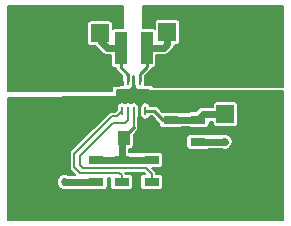
<source format=gtl>
G04 #@! TF.FileFunction,Copper,L1,Top,Signal*
%FSLAX46Y46*%
G04 Gerber Fmt 4.6, Leading zero omitted, Abs format (unit mm)*
G04 Created by KiCad (PCBNEW no-vcs-found-product) date Fri 28 Aug 2015 16:29:41 CEST*
%MOMM*%
G01*
G04 APERTURE LIST*
%ADD10C,0.127000*%
%ADD11C,0.600000*%
%ADD12O,0.230000X0.800000*%
%ADD13R,2.000000X1.200000*%
%ADD14C,0.500000*%
%ADD15R,1.250000X1.000000*%
%ADD16R,2.500000X1.000000*%
%ADD17R,1.000000X1.250000*%
%ADD18R,1.000000X2.700000*%
%ADD19R,2.032000X2.032000*%
%ADD20O,2.032000X2.032000*%
%ADD21R,2.235200X2.235200*%
%ADD22R,1.300000X0.700000*%
%ADD23R,1.501140X1.501140*%
%ADD24C,0.685800*%
%ADD25C,0.609600*%
%ADD26C,0.254000*%
%ADD27C,0.152400*%
%ADD28C,0.304800*%
G04 APERTURE END LIST*
D10*
D11*
X141100000Y-97900000D03*
X142100000Y-96900000D03*
X138700000Y-102000000D03*
X147700000Y-104000000D03*
X146700000Y-104000000D03*
X145700000Y-104000000D03*
X144700000Y-104000000D03*
X143700000Y-104000000D03*
X142700000Y-104000000D03*
X141700000Y-104000000D03*
X140700000Y-104000000D03*
X139700000Y-104000000D03*
X138700000Y-104000000D03*
X137700000Y-104000000D03*
X147700000Y-103000000D03*
X146700000Y-103000000D03*
X145700000Y-103000000D03*
X144700000Y-103000000D03*
X143700000Y-103000000D03*
X142700000Y-103000000D03*
X141700000Y-103000000D03*
X140700000Y-103000000D03*
X139700000Y-103000000D03*
X138700000Y-103000000D03*
X136700000Y-104000000D03*
X135700000Y-104000000D03*
X137700000Y-103000000D03*
X136700000Y-103000000D03*
X135700000Y-103000000D03*
X137700000Y-102000000D03*
X136700000Y-102000000D03*
X149100000Y-100100000D03*
X157100000Y-104100000D03*
X156100000Y-104100000D03*
X155100000Y-104100000D03*
X154100000Y-104100000D03*
X153100000Y-104100000D03*
X152100000Y-104100000D03*
X151100000Y-104100000D03*
X150100000Y-104100000D03*
X149100000Y-104100000D03*
X157100000Y-103100000D03*
X156100000Y-103100000D03*
X155100000Y-103100000D03*
X154100000Y-103100000D03*
X153100000Y-103100000D03*
X152100000Y-103100000D03*
X151100000Y-103100000D03*
X150100000Y-103100000D03*
X149100000Y-103100000D03*
X157100000Y-102100000D03*
X156100000Y-102100000D03*
X155100000Y-102100000D03*
X154100000Y-102100000D03*
X153100000Y-102100000D03*
X152100000Y-102100000D03*
X151100000Y-102100000D03*
X150100000Y-102100000D03*
X149100000Y-102100000D03*
X157100000Y-101100000D03*
X156100000Y-101100000D03*
X155100000Y-101100000D03*
X154100000Y-101100000D03*
X153100000Y-101100000D03*
X152100000Y-101100000D03*
X151100000Y-101100000D03*
X150100000Y-101100000D03*
X149100000Y-101100000D03*
X155100000Y-100100000D03*
X154100000Y-100100000D03*
X153100000Y-100100000D03*
X152100000Y-100100000D03*
X151100000Y-100100000D03*
X150100000Y-100100000D03*
D12*
X146807200Y-93471800D03*
X146307200Y-93471800D03*
X145807200Y-93471800D03*
X145307200Y-93471800D03*
X144807200Y-93471800D03*
X144807200Y-96021800D03*
X145307200Y-96021800D03*
X145807200Y-96021800D03*
X146307200Y-96021800D03*
X146807200Y-96021800D03*
D13*
X145807200Y-94746800D03*
D14*
X146507200Y-95046800D03*
X145807200Y-94746800D03*
X145107200Y-95046800D03*
X145107200Y-94446800D03*
X146507200Y-94446800D03*
D15*
X142595600Y-93589600D03*
X142595600Y-95589600D03*
D16*
X149402800Y-92149800D03*
X149402800Y-95149800D03*
D17*
X144973800Y-98298000D03*
X146973800Y-98298000D03*
D18*
X144696000Y-90678000D03*
X146896000Y-90678000D03*
D19*
X136779000Y-93345000D03*
D20*
X136779000Y-95885000D03*
D19*
X156845000Y-92964000D03*
D20*
X156845000Y-95504000D03*
D21*
X136779000Y-99568000D03*
X156845000Y-99314000D03*
X136779000Y-89662000D03*
X156718000Y-89281000D03*
D22*
X151257000Y-98638400D03*
X151257000Y-96738400D03*
X148945600Y-96763800D03*
X148945600Y-98663800D03*
X142621000Y-100142000D03*
X142621000Y-102042000D03*
X144780000Y-102042000D03*
X144780000Y-100142000D03*
X147320000Y-102042000D03*
X147320000Y-100142000D03*
D23*
X142951200Y-89433400D03*
X148666200Y-89331800D03*
X153568400Y-96291400D03*
D11*
X135700000Y-102000000D03*
X141100000Y-96900000D03*
D24*
X139979400Y-102031800D03*
X153517600Y-98628200D03*
D25*
X142621000Y-102042000D02*
X139989600Y-102042000D01*
X139989600Y-102042000D02*
X139979400Y-102031800D01*
X151257000Y-98638400D02*
X153507400Y-98638400D01*
X153507400Y-98638400D02*
X153517600Y-98628200D01*
X153568400Y-96291400D02*
X151704000Y-96291400D01*
X151704000Y-96291400D02*
X151257000Y-96738400D01*
D26*
X148945600Y-96763800D02*
X148275000Y-96763800D01*
X147533000Y-96021800D02*
X146807200Y-96021800D01*
X148275000Y-96763800D02*
X147533000Y-96021800D01*
D25*
X151257000Y-96738400D02*
X148971000Y-96738400D01*
X148971000Y-96738400D02*
X148945600Y-96763800D01*
X144780000Y-100142000D02*
X144780000Y-98491800D01*
X144780000Y-98491800D02*
X144973800Y-98298000D01*
X144780000Y-100142000D02*
X147320000Y-100142000D01*
X142621000Y-100142000D02*
X144780000Y-100142000D01*
D27*
X145807200Y-96021800D02*
X145807200Y-97464600D01*
D28*
X145807200Y-97464600D02*
X144973800Y-98298000D01*
D25*
X144696000Y-90678000D02*
X143586200Y-90678000D01*
X143586200Y-90678000D02*
X142951200Y-90043000D01*
X142951200Y-90043000D02*
X142951200Y-89433400D01*
D26*
X145303210Y-92852210D02*
X145266210Y-92852210D01*
X145266210Y-92852210D02*
X144696000Y-92282000D01*
X144696000Y-92282000D02*
X144696000Y-90678000D01*
X145307200Y-93471800D02*
X145307200Y-93186400D01*
X145307200Y-93186400D02*
X145303210Y-93182410D01*
X145303210Y-93182410D02*
X145303210Y-92852210D01*
D25*
X146896000Y-90678000D02*
X148336000Y-90678000D01*
X148666200Y-90347800D02*
X148666200Y-89331800D01*
X148336000Y-90678000D02*
X148666200Y-90347800D01*
D26*
X146311190Y-92855210D02*
X146322790Y-92855210D01*
X146322790Y-92855210D02*
X146896000Y-92282000D01*
X146896000Y-92282000D02*
X146896000Y-90678000D01*
X146307200Y-93471800D02*
X146307200Y-93138600D01*
X146307200Y-93138600D02*
X146311190Y-93134610D01*
X146311190Y-93134610D02*
X146311190Y-92855210D01*
D27*
X144780000Y-102042000D02*
X144780000Y-101473000D01*
X144359800Y-96469200D02*
X144807200Y-96021800D01*
X143967200Y-96469200D02*
X144359800Y-96469200D01*
X140792200Y-99644200D02*
X143967200Y-96469200D01*
X140792200Y-100787200D02*
X140792200Y-99644200D01*
X141249402Y-101244402D02*
X140792200Y-100787200D01*
X144551402Y-101244402D02*
X141249402Y-101244402D01*
X144780000Y-101473000D02*
X144551402Y-101244402D01*
X147320000Y-102042000D02*
X147320000Y-101346000D01*
X145307200Y-96754800D02*
X145307200Y-96021800D01*
X145034000Y-97028000D02*
X145307200Y-96754800D01*
X144018000Y-97028000D02*
X145034000Y-97028000D01*
X141224000Y-99822000D02*
X144018000Y-97028000D01*
X141224000Y-100584000D02*
X141224000Y-99822000D01*
X141478000Y-100838000D02*
X141224000Y-100584000D01*
X146812000Y-100838000D02*
X141478000Y-100838000D01*
X147320000Y-101346000D02*
X146812000Y-100838000D01*
G36*
X144932401Y-88991331D02*
X144196000Y-88991331D01*
X144070096Y-89015759D01*
X144038439Y-89036554D01*
X144038439Y-88682830D01*
X144014011Y-88556926D01*
X143941320Y-88446268D01*
X143831583Y-88372194D01*
X143701770Y-88346161D01*
X142200630Y-88346161D01*
X142074726Y-88370589D01*
X141964068Y-88443280D01*
X141889994Y-88553017D01*
X141863961Y-88682830D01*
X141863961Y-90183970D01*
X141888389Y-90309874D01*
X141961080Y-90420532D01*
X142070817Y-90494606D01*
X142200630Y-90520639D01*
X142530813Y-90520639D01*
X143137187Y-91127013D01*
X143343196Y-91264664D01*
X143586200Y-91313001D01*
X143586205Y-91313000D01*
X143859331Y-91313000D01*
X143859331Y-92028000D01*
X143883759Y-92153904D01*
X143956450Y-92264562D01*
X144066187Y-92338636D01*
X144196000Y-92364669D01*
X144255244Y-92364669D01*
X144273602Y-92456963D01*
X144372711Y-92605289D01*
X144846010Y-93078588D01*
X144846010Y-93182410D01*
X144850000Y-93202469D01*
X144850000Y-93471800D01*
X144862000Y-93532129D01*
X144862000Y-93771105D01*
X144869763Y-93810131D01*
X144807200Y-93810131D01*
X144681296Y-93834559D01*
X144575890Y-93903800D01*
X144065140Y-93903800D01*
X144064640Y-93903899D01*
X144064142Y-93903807D01*
X144050096Y-93906792D01*
X144035980Y-93909600D01*
X144035557Y-93909882D01*
X144035060Y-93909988D01*
X144023224Y-93918122D01*
X144011258Y-93926118D01*
X144010974Y-93926541D01*
X144010557Y-93926829D01*
X144002738Y-93938868D01*
X143994740Y-93950840D01*
X143994640Y-93951338D01*
X143994364Y-93951765D01*
X143991747Y-93965885D01*
X143988940Y-93980000D01*
X143989039Y-93980499D01*
X143988947Y-93980998D01*
X143993926Y-94361007D01*
X135152600Y-94361900D01*
X135152600Y-87146600D01*
X144932402Y-87146600D01*
X144932401Y-88991331D01*
X144932401Y-88991331D01*
G37*
X144932401Y-88991331D02*
X144196000Y-88991331D01*
X144070096Y-89015759D01*
X144038439Y-89036554D01*
X144038439Y-88682830D01*
X144014011Y-88556926D01*
X143941320Y-88446268D01*
X143831583Y-88372194D01*
X143701770Y-88346161D01*
X142200630Y-88346161D01*
X142074726Y-88370589D01*
X141964068Y-88443280D01*
X141889994Y-88553017D01*
X141863961Y-88682830D01*
X141863961Y-90183970D01*
X141888389Y-90309874D01*
X141961080Y-90420532D01*
X142070817Y-90494606D01*
X142200630Y-90520639D01*
X142530813Y-90520639D01*
X143137187Y-91127013D01*
X143343196Y-91264664D01*
X143586200Y-91313001D01*
X143586205Y-91313000D01*
X143859331Y-91313000D01*
X143859331Y-92028000D01*
X143883759Y-92153904D01*
X143956450Y-92264562D01*
X144066187Y-92338636D01*
X144196000Y-92364669D01*
X144255244Y-92364669D01*
X144273602Y-92456963D01*
X144372711Y-92605289D01*
X144846010Y-93078588D01*
X144846010Y-93182410D01*
X144850000Y-93202469D01*
X144850000Y-93471800D01*
X144862000Y-93532129D01*
X144862000Y-93771105D01*
X144869763Y-93810131D01*
X144807200Y-93810131D01*
X144681296Y-93834559D01*
X144575890Y-93903800D01*
X144065140Y-93903800D01*
X144064640Y-93903899D01*
X144064142Y-93903807D01*
X144050096Y-93906792D01*
X144035980Y-93909600D01*
X144035557Y-93909882D01*
X144035060Y-93909988D01*
X144023224Y-93918122D01*
X144011258Y-93926118D01*
X144010974Y-93926541D01*
X144010557Y-93926829D01*
X144002738Y-93938868D01*
X143994740Y-93950840D01*
X143994640Y-93951338D01*
X143994364Y-93951765D01*
X143991747Y-93965885D01*
X143988940Y-93980000D01*
X143989039Y-93980499D01*
X143988947Y-93980998D01*
X143993926Y-94361007D01*
X135152600Y-94361900D01*
X135152600Y-87146600D01*
X144932402Y-87146600D01*
X144932401Y-88991331D01*
G36*
X145853990Y-93118541D02*
X145850000Y-93138600D01*
X145850000Y-93471800D01*
X145862000Y-93532129D01*
X145862000Y-93771105D01*
X145884819Y-93885821D01*
X145884908Y-93892173D01*
X145885195Y-93893519D01*
X145884994Y-93894884D01*
X145888293Y-93908023D01*
X145891118Y-93921248D01*
X145891899Y-93922382D01*
X145892235Y-93923720D01*
X145892445Y-93924164D01*
X145895889Y-93941476D01*
X145912231Y-93965933D01*
X146006535Y-94165020D01*
X146014286Y-94175458D01*
X146021518Y-94186282D01*
X146023116Y-94187350D01*
X146024260Y-94188890D01*
X146035417Y-94195568D01*
X146046240Y-94202800D01*
X146048123Y-94203174D01*
X146049771Y-94204161D01*
X146062641Y-94206062D01*
X146075400Y-94208600D01*
X146268464Y-94208600D01*
X146307200Y-94216305D01*
X146345936Y-94208600D01*
X146768464Y-94208600D01*
X146807200Y-94216305D01*
X146845936Y-94208600D01*
X147035516Y-94208600D01*
X147164294Y-94338456D01*
X147164426Y-94338545D01*
X147164518Y-94338682D01*
X147176858Y-94346927D01*
X147188946Y-94355077D01*
X147189103Y-94355109D01*
X147189240Y-94355200D01*
X147203658Y-94358067D01*
X147218082Y-94361000D01*
X147218242Y-94360968D01*
X147218400Y-94361000D01*
X158471400Y-94361000D01*
X158471400Y-105221400D01*
X135152600Y-105221400D01*
X135152600Y-102165101D01*
X139306183Y-102165101D01*
X139408441Y-102412583D01*
X139597622Y-102602094D01*
X139844925Y-102704783D01*
X140112701Y-102705017D01*
X140180507Y-102677000D01*
X141803209Y-102677000D01*
X141841187Y-102702636D01*
X141971000Y-102728669D01*
X143271000Y-102728669D01*
X143396904Y-102704241D01*
X143507562Y-102631550D01*
X143581636Y-102521813D01*
X143607669Y-102392000D01*
X143607669Y-101692000D01*
X143599676Y-101650802D01*
X143801593Y-101650802D01*
X143793331Y-101692000D01*
X143793331Y-102392000D01*
X143817759Y-102517904D01*
X143890450Y-102628562D01*
X144000187Y-102702636D01*
X144130000Y-102728669D01*
X145430000Y-102728669D01*
X145555904Y-102704241D01*
X145666562Y-102631550D01*
X145740636Y-102521813D01*
X145766669Y-102392000D01*
X145766669Y-101692000D01*
X145742241Y-101566096D01*
X145669550Y-101455438D01*
X145559813Y-101381364D01*
X145430000Y-101355331D01*
X145162995Y-101355331D01*
X145155465Y-101317477D01*
X145106636Y-101244400D01*
X146643664Y-101244400D01*
X146754595Y-101355331D01*
X146670000Y-101355331D01*
X146544096Y-101379759D01*
X146433438Y-101452450D01*
X146359364Y-101562187D01*
X146333331Y-101692000D01*
X146333331Y-102392000D01*
X146357759Y-102517904D01*
X146430450Y-102628562D01*
X146540187Y-102702636D01*
X146670000Y-102728669D01*
X147970000Y-102728669D01*
X148095904Y-102704241D01*
X148206562Y-102631550D01*
X148280636Y-102521813D01*
X148306669Y-102392000D01*
X148306669Y-101692000D01*
X148282241Y-101566096D01*
X148209550Y-101455438D01*
X148099813Y-101381364D01*
X147970000Y-101355331D01*
X147726400Y-101355331D01*
X147726400Y-101346000D01*
X147695465Y-101190477D01*
X147692228Y-101185632D01*
X147607368Y-101058631D01*
X147377406Y-100828669D01*
X147970000Y-100828669D01*
X148095904Y-100804241D01*
X148206562Y-100731550D01*
X148280636Y-100621813D01*
X148306669Y-100492000D01*
X148306669Y-99792000D01*
X148282241Y-99666096D01*
X148209550Y-99555438D01*
X148099813Y-99481364D01*
X147970000Y-99455331D01*
X146670000Y-99455331D01*
X146544096Y-99479759D01*
X146502627Y-99507000D01*
X145597791Y-99507000D01*
X145559813Y-99481364D01*
X145430000Y-99455331D01*
X145415000Y-99455331D01*
X145415000Y-99259669D01*
X145473800Y-99259669D01*
X145599704Y-99235241D01*
X145710362Y-99162550D01*
X145784436Y-99052813D01*
X145810469Y-98923000D01*
X145810469Y-98288400D01*
X150270331Y-98288400D01*
X150270331Y-98988400D01*
X150294759Y-99114304D01*
X150367450Y-99224962D01*
X150477187Y-99299036D01*
X150607000Y-99325069D01*
X151907000Y-99325069D01*
X152032904Y-99300641D01*
X152074373Y-99273400D01*
X153316216Y-99273400D01*
X153383125Y-99301183D01*
X153650901Y-99301417D01*
X153898383Y-99199159D01*
X154087894Y-99009978D01*
X154190583Y-98762675D01*
X154190817Y-98494899D01*
X154088559Y-98247417D01*
X153899378Y-98057906D01*
X153652075Y-97955217D01*
X153384299Y-97954983D01*
X153267122Y-98003400D01*
X152074791Y-98003400D01*
X152036813Y-97977764D01*
X151907000Y-97951731D01*
X150607000Y-97951731D01*
X150481096Y-97976159D01*
X150370438Y-98048850D01*
X150296364Y-98158587D01*
X150270331Y-98288400D01*
X145810469Y-98288400D01*
X145810469Y-98036067D01*
X146094568Y-97751968D01*
X146182666Y-97620122D01*
X146213600Y-97464600D01*
X146213600Y-96498826D01*
X146218511Y-96491476D01*
X146252400Y-96321105D01*
X146252400Y-96021800D01*
X146350000Y-96021800D01*
X146362000Y-96082129D01*
X146362000Y-96321105D01*
X146395889Y-96491476D01*
X146492396Y-96635909D01*
X146636829Y-96732416D01*
X146807200Y-96766305D01*
X146977571Y-96732416D01*
X147122004Y-96635909D01*
X147218511Y-96491476D01*
X147220993Y-96479000D01*
X147343622Y-96479000D01*
X147951710Y-97087089D01*
X147958931Y-97091914D01*
X147958931Y-97113800D01*
X147983359Y-97239704D01*
X148056050Y-97350362D01*
X148165787Y-97424436D01*
X148295600Y-97450469D01*
X149595600Y-97450469D01*
X149721504Y-97426041D01*
X149801640Y-97373400D01*
X150439209Y-97373400D01*
X150477187Y-97399036D01*
X150607000Y-97425069D01*
X151907000Y-97425069D01*
X152032904Y-97400641D01*
X152143562Y-97327950D01*
X152217636Y-97218213D01*
X152243669Y-97088400D01*
X152243669Y-96926400D01*
X152481161Y-96926400D01*
X152481161Y-97041970D01*
X152505589Y-97167874D01*
X152578280Y-97278532D01*
X152688017Y-97352606D01*
X152817830Y-97378639D01*
X154318970Y-97378639D01*
X154444874Y-97354211D01*
X154555532Y-97281520D01*
X154629606Y-97171783D01*
X154655639Y-97041970D01*
X154655639Y-95540830D01*
X154631211Y-95414926D01*
X154558520Y-95304268D01*
X154448783Y-95230194D01*
X154318970Y-95204161D01*
X152817830Y-95204161D01*
X152691926Y-95228589D01*
X152581268Y-95301280D01*
X152507194Y-95411017D01*
X152481161Y-95540830D01*
X152481161Y-95656400D01*
X151704000Y-95656400D01*
X151460995Y-95704736D01*
X151378480Y-95759872D01*
X151254987Y-95842387D01*
X151254985Y-95842390D01*
X151045644Y-96051731D01*
X150607000Y-96051731D01*
X150481096Y-96076159D01*
X150439627Y-96103400D01*
X149725763Y-96103400D01*
X149725413Y-96103164D01*
X149595600Y-96077131D01*
X148295600Y-96077131D01*
X148244771Y-96086993D01*
X147856289Y-95698511D01*
X147707963Y-95599402D01*
X147533000Y-95564600D01*
X147220993Y-95564600D01*
X147218511Y-95552124D01*
X147122004Y-95407691D01*
X146977571Y-95311184D01*
X146807200Y-95277295D01*
X146636829Y-95311184D01*
X146492396Y-95407691D01*
X146395889Y-95552124D01*
X146362000Y-95722495D01*
X146362000Y-95961471D01*
X146350000Y-96021800D01*
X146252400Y-96021800D01*
X146252400Y-95722495D01*
X146218511Y-95552124D01*
X146122004Y-95407691D01*
X145977571Y-95311184D01*
X145807200Y-95277295D01*
X145636829Y-95311184D01*
X145557200Y-95364390D01*
X145477571Y-95311184D01*
X145307200Y-95277295D01*
X145136829Y-95311184D01*
X145057200Y-95364390D01*
X144977571Y-95311184D01*
X144807200Y-95277295D01*
X144636829Y-95311184D01*
X144492396Y-95407691D01*
X144395889Y-95552124D01*
X144362000Y-95722495D01*
X144362000Y-95892264D01*
X144191464Y-96062800D01*
X143967200Y-96062800D01*
X143811677Y-96093735D01*
X143679832Y-96181832D01*
X140504832Y-99356832D01*
X140416735Y-99488677D01*
X140385800Y-99644200D01*
X140385800Y-100787200D01*
X140416735Y-100942723D01*
X140450679Y-100993523D01*
X140504832Y-101074568D01*
X140837264Y-101407000D01*
X140229913Y-101407000D01*
X140113875Y-101358817D01*
X139846099Y-101358583D01*
X139598617Y-101460841D01*
X139409106Y-101650022D01*
X139306417Y-101897325D01*
X139306183Y-102165101D01*
X135152600Y-102165101D01*
X135152600Y-94886438D01*
X144321668Y-94869528D01*
X144336051Y-94866639D01*
X144350416Y-94863840D01*
X144350601Y-94863717D01*
X144350817Y-94863674D01*
X144362987Y-94855509D01*
X144375201Y-94847417D01*
X144375324Y-94847234D01*
X144375508Y-94847111D01*
X144383650Y-94834875D01*
X144391814Y-94822759D01*
X144391857Y-94822543D01*
X144391981Y-94822358D01*
X144394830Y-94807892D01*
X144397726Y-94793621D01*
X144397727Y-94793187D01*
X144399978Y-94208600D01*
X144768464Y-94208600D01*
X144807200Y-94216305D01*
X144845936Y-94208600D01*
X145268464Y-94208600D01*
X145307200Y-94216305D01*
X145345936Y-94208600D01*
X145516600Y-94208600D01*
X145527809Y-94206370D01*
X145539186Y-94205177D01*
X145542295Y-94203489D01*
X145545760Y-94202800D01*
X145555264Y-94196449D01*
X145565317Y-94190993D01*
X145567541Y-94188246D01*
X145570482Y-94186282D01*
X145576834Y-94176773D01*
X145584031Y-94167890D01*
X145646377Y-94049433D01*
X145718511Y-93941476D01*
X145752400Y-93771105D01*
X145752400Y-93532129D01*
X145764400Y-93471800D01*
X145764400Y-93186400D01*
X145760410Y-93166341D01*
X145760410Y-93065600D01*
X145853990Y-93065600D01*
X145853990Y-93118541D01*
X145853990Y-93118541D01*
G37*
X145853990Y-93118541D02*
X145850000Y-93138600D01*
X145850000Y-93471800D01*
X145862000Y-93532129D01*
X145862000Y-93771105D01*
X145884819Y-93885821D01*
X145884908Y-93892173D01*
X145885195Y-93893519D01*
X145884994Y-93894884D01*
X145888293Y-93908023D01*
X145891118Y-93921248D01*
X145891899Y-93922382D01*
X145892235Y-93923720D01*
X145892445Y-93924164D01*
X145895889Y-93941476D01*
X145912231Y-93965933D01*
X146006535Y-94165020D01*
X146014286Y-94175458D01*
X146021518Y-94186282D01*
X146023116Y-94187350D01*
X146024260Y-94188890D01*
X146035417Y-94195568D01*
X146046240Y-94202800D01*
X146048123Y-94203174D01*
X146049771Y-94204161D01*
X146062641Y-94206062D01*
X146075400Y-94208600D01*
X146268464Y-94208600D01*
X146307200Y-94216305D01*
X146345936Y-94208600D01*
X146768464Y-94208600D01*
X146807200Y-94216305D01*
X146845936Y-94208600D01*
X147035516Y-94208600D01*
X147164294Y-94338456D01*
X147164426Y-94338545D01*
X147164518Y-94338682D01*
X147176858Y-94346927D01*
X147188946Y-94355077D01*
X147189103Y-94355109D01*
X147189240Y-94355200D01*
X147203658Y-94358067D01*
X147218082Y-94361000D01*
X147218242Y-94360968D01*
X147218400Y-94361000D01*
X158471400Y-94361000D01*
X158471400Y-105221400D01*
X135152600Y-105221400D01*
X135152600Y-102165101D01*
X139306183Y-102165101D01*
X139408441Y-102412583D01*
X139597622Y-102602094D01*
X139844925Y-102704783D01*
X140112701Y-102705017D01*
X140180507Y-102677000D01*
X141803209Y-102677000D01*
X141841187Y-102702636D01*
X141971000Y-102728669D01*
X143271000Y-102728669D01*
X143396904Y-102704241D01*
X143507562Y-102631550D01*
X143581636Y-102521813D01*
X143607669Y-102392000D01*
X143607669Y-101692000D01*
X143599676Y-101650802D01*
X143801593Y-101650802D01*
X143793331Y-101692000D01*
X143793331Y-102392000D01*
X143817759Y-102517904D01*
X143890450Y-102628562D01*
X144000187Y-102702636D01*
X144130000Y-102728669D01*
X145430000Y-102728669D01*
X145555904Y-102704241D01*
X145666562Y-102631550D01*
X145740636Y-102521813D01*
X145766669Y-102392000D01*
X145766669Y-101692000D01*
X145742241Y-101566096D01*
X145669550Y-101455438D01*
X145559813Y-101381364D01*
X145430000Y-101355331D01*
X145162995Y-101355331D01*
X145155465Y-101317477D01*
X145106636Y-101244400D01*
X146643664Y-101244400D01*
X146754595Y-101355331D01*
X146670000Y-101355331D01*
X146544096Y-101379759D01*
X146433438Y-101452450D01*
X146359364Y-101562187D01*
X146333331Y-101692000D01*
X146333331Y-102392000D01*
X146357759Y-102517904D01*
X146430450Y-102628562D01*
X146540187Y-102702636D01*
X146670000Y-102728669D01*
X147970000Y-102728669D01*
X148095904Y-102704241D01*
X148206562Y-102631550D01*
X148280636Y-102521813D01*
X148306669Y-102392000D01*
X148306669Y-101692000D01*
X148282241Y-101566096D01*
X148209550Y-101455438D01*
X148099813Y-101381364D01*
X147970000Y-101355331D01*
X147726400Y-101355331D01*
X147726400Y-101346000D01*
X147695465Y-101190477D01*
X147692228Y-101185632D01*
X147607368Y-101058631D01*
X147377406Y-100828669D01*
X147970000Y-100828669D01*
X148095904Y-100804241D01*
X148206562Y-100731550D01*
X148280636Y-100621813D01*
X148306669Y-100492000D01*
X148306669Y-99792000D01*
X148282241Y-99666096D01*
X148209550Y-99555438D01*
X148099813Y-99481364D01*
X147970000Y-99455331D01*
X146670000Y-99455331D01*
X146544096Y-99479759D01*
X146502627Y-99507000D01*
X145597791Y-99507000D01*
X145559813Y-99481364D01*
X145430000Y-99455331D01*
X145415000Y-99455331D01*
X145415000Y-99259669D01*
X145473800Y-99259669D01*
X145599704Y-99235241D01*
X145710362Y-99162550D01*
X145784436Y-99052813D01*
X145810469Y-98923000D01*
X145810469Y-98288400D01*
X150270331Y-98288400D01*
X150270331Y-98988400D01*
X150294759Y-99114304D01*
X150367450Y-99224962D01*
X150477187Y-99299036D01*
X150607000Y-99325069D01*
X151907000Y-99325069D01*
X152032904Y-99300641D01*
X152074373Y-99273400D01*
X153316216Y-99273400D01*
X153383125Y-99301183D01*
X153650901Y-99301417D01*
X153898383Y-99199159D01*
X154087894Y-99009978D01*
X154190583Y-98762675D01*
X154190817Y-98494899D01*
X154088559Y-98247417D01*
X153899378Y-98057906D01*
X153652075Y-97955217D01*
X153384299Y-97954983D01*
X153267122Y-98003400D01*
X152074791Y-98003400D01*
X152036813Y-97977764D01*
X151907000Y-97951731D01*
X150607000Y-97951731D01*
X150481096Y-97976159D01*
X150370438Y-98048850D01*
X150296364Y-98158587D01*
X150270331Y-98288400D01*
X145810469Y-98288400D01*
X145810469Y-98036067D01*
X146094568Y-97751968D01*
X146182666Y-97620122D01*
X146213600Y-97464600D01*
X146213600Y-96498826D01*
X146218511Y-96491476D01*
X146252400Y-96321105D01*
X146252400Y-96021800D01*
X146350000Y-96021800D01*
X146362000Y-96082129D01*
X146362000Y-96321105D01*
X146395889Y-96491476D01*
X146492396Y-96635909D01*
X146636829Y-96732416D01*
X146807200Y-96766305D01*
X146977571Y-96732416D01*
X147122004Y-96635909D01*
X147218511Y-96491476D01*
X147220993Y-96479000D01*
X147343622Y-96479000D01*
X147951710Y-97087089D01*
X147958931Y-97091914D01*
X147958931Y-97113800D01*
X147983359Y-97239704D01*
X148056050Y-97350362D01*
X148165787Y-97424436D01*
X148295600Y-97450469D01*
X149595600Y-97450469D01*
X149721504Y-97426041D01*
X149801640Y-97373400D01*
X150439209Y-97373400D01*
X150477187Y-97399036D01*
X150607000Y-97425069D01*
X151907000Y-97425069D01*
X152032904Y-97400641D01*
X152143562Y-97327950D01*
X152217636Y-97218213D01*
X152243669Y-97088400D01*
X152243669Y-96926400D01*
X152481161Y-96926400D01*
X152481161Y-97041970D01*
X152505589Y-97167874D01*
X152578280Y-97278532D01*
X152688017Y-97352606D01*
X152817830Y-97378639D01*
X154318970Y-97378639D01*
X154444874Y-97354211D01*
X154555532Y-97281520D01*
X154629606Y-97171783D01*
X154655639Y-97041970D01*
X154655639Y-95540830D01*
X154631211Y-95414926D01*
X154558520Y-95304268D01*
X154448783Y-95230194D01*
X154318970Y-95204161D01*
X152817830Y-95204161D01*
X152691926Y-95228589D01*
X152581268Y-95301280D01*
X152507194Y-95411017D01*
X152481161Y-95540830D01*
X152481161Y-95656400D01*
X151704000Y-95656400D01*
X151460995Y-95704736D01*
X151378480Y-95759872D01*
X151254987Y-95842387D01*
X151254985Y-95842390D01*
X151045644Y-96051731D01*
X150607000Y-96051731D01*
X150481096Y-96076159D01*
X150439627Y-96103400D01*
X149725763Y-96103400D01*
X149725413Y-96103164D01*
X149595600Y-96077131D01*
X148295600Y-96077131D01*
X148244771Y-96086993D01*
X147856289Y-95698511D01*
X147707963Y-95599402D01*
X147533000Y-95564600D01*
X147220993Y-95564600D01*
X147218511Y-95552124D01*
X147122004Y-95407691D01*
X146977571Y-95311184D01*
X146807200Y-95277295D01*
X146636829Y-95311184D01*
X146492396Y-95407691D01*
X146395889Y-95552124D01*
X146362000Y-95722495D01*
X146362000Y-95961471D01*
X146350000Y-96021800D01*
X146252400Y-96021800D01*
X146252400Y-95722495D01*
X146218511Y-95552124D01*
X146122004Y-95407691D01*
X145977571Y-95311184D01*
X145807200Y-95277295D01*
X145636829Y-95311184D01*
X145557200Y-95364390D01*
X145477571Y-95311184D01*
X145307200Y-95277295D01*
X145136829Y-95311184D01*
X145057200Y-95364390D01*
X144977571Y-95311184D01*
X144807200Y-95277295D01*
X144636829Y-95311184D01*
X144492396Y-95407691D01*
X144395889Y-95552124D01*
X144362000Y-95722495D01*
X144362000Y-95892264D01*
X144191464Y-96062800D01*
X143967200Y-96062800D01*
X143811677Y-96093735D01*
X143679832Y-96181832D01*
X140504832Y-99356832D01*
X140416735Y-99488677D01*
X140385800Y-99644200D01*
X140385800Y-100787200D01*
X140416735Y-100942723D01*
X140450679Y-100993523D01*
X140504832Y-101074568D01*
X140837264Y-101407000D01*
X140229913Y-101407000D01*
X140113875Y-101358817D01*
X139846099Y-101358583D01*
X139598617Y-101460841D01*
X139409106Y-101650022D01*
X139306417Y-101897325D01*
X139306183Y-102165101D01*
X135152600Y-102165101D01*
X135152600Y-94886438D01*
X144321668Y-94869528D01*
X144336051Y-94866639D01*
X144350416Y-94863840D01*
X144350601Y-94863717D01*
X144350817Y-94863674D01*
X144362987Y-94855509D01*
X144375201Y-94847417D01*
X144375324Y-94847234D01*
X144375508Y-94847111D01*
X144383650Y-94834875D01*
X144391814Y-94822759D01*
X144391857Y-94822543D01*
X144391981Y-94822358D01*
X144394830Y-94807892D01*
X144397726Y-94793621D01*
X144397727Y-94793187D01*
X144399978Y-94208600D01*
X144768464Y-94208600D01*
X144807200Y-94216305D01*
X144845936Y-94208600D01*
X145268464Y-94208600D01*
X145307200Y-94216305D01*
X145345936Y-94208600D01*
X145516600Y-94208600D01*
X145527809Y-94206370D01*
X145539186Y-94205177D01*
X145542295Y-94203489D01*
X145545760Y-94202800D01*
X145555264Y-94196449D01*
X145565317Y-94190993D01*
X145567541Y-94188246D01*
X145570482Y-94186282D01*
X145576834Y-94176773D01*
X145584031Y-94167890D01*
X145646377Y-94049433D01*
X145718511Y-93941476D01*
X145752400Y-93771105D01*
X145752400Y-93532129D01*
X145764400Y-93471800D01*
X145764400Y-93186400D01*
X145760410Y-93166341D01*
X145760410Y-93065600D01*
X145853990Y-93065600D01*
X145853990Y-93118541D01*
G36*
X148785013Y-91127013D02*
X149115213Y-90796813D01*
X149252864Y-90590805D01*
X149287030Y-90419039D01*
X149416770Y-90419039D01*
X149542674Y-90394611D01*
X149653332Y-90321920D01*
X149727406Y-90212183D01*
X149753439Y-90082370D01*
X149753439Y-88581230D01*
X149729011Y-88455326D01*
X149656320Y-88344668D01*
X149546583Y-88270594D01*
X149416770Y-88244561D01*
X147915630Y-88244561D01*
X147789726Y-88268989D01*
X147679068Y-88341680D01*
X147604994Y-88451417D01*
X147578961Y-88581230D01*
X147578961Y-89053240D01*
X147525813Y-89017364D01*
X147396000Y-88991331D01*
X146634200Y-88991331D01*
X146634200Y-87146600D01*
X158471400Y-87146600D01*
X158471400Y-94005400D01*
X147499488Y-94005400D01*
X147317632Y-93857399D01*
X147307875Y-93852235D01*
X147298693Y-93846100D01*
X147294832Y-93845332D01*
X147291354Y-93843491D01*
X147280361Y-93842453D01*
X147269533Y-93840300D01*
X146943140Y-93840300D01*
X146937013Y-93836164D01*
X146807200Y-93810131D01*
X146744637Y-93810131D01*
X146752400Y-93771105D01*
X146752400Y-93532129D01*
X146764400Y-93471800D01*
X146764400Y-93154669D01*
X146768390Y-93134610D01*
X146768390Y-93056188D01*
X147219289Y-92605289D01*
X147318398Y-92456963D01*
X147336756Y-92364669D01*
X147396000Y-92364669D01*
X147521904Y-92340241D01*
X147632562Y-92267550D01*
X147706636Y-92157813D01*
X147732669Y-92028000D01*
X147732669Y-91313000D01*
X148336000Y-91313000D01*
X148579004Y-91264664D01*
X148785013Y-91127013D01*
X148785013Y-91127013D01*
G37*
X148785013Y-91127013D02*
X149115213Y-90796813D01*
X149252864Y-90590805D01*
X149287030Y-90419039D01*
X149416770Y-90419039D01*
X149542674Y-90394611D01*
X149653332Y-90321920D01*
X149727406Y-90212183D01*
X149753439Y-90082370D01*
X149753439Y-88581230D01*
X149729011Y-88455326D01*
X149656320Y-88344668D01*
X149546583Y-88270594D01*
X149416770Y-88244561D01*
X147915630Y-88244561D01*
X147789726Y-88268989D01*
X147679068Y-88341680D01*
X147604994Y-88451417D01*
X147578961Y-88581230D01*
X147578961Y-89053240D01*
X147525813Y-89017364D01*
X147396000Y-88991331D01*
X146634200Y-88991331D01*
X146634200Y-87146600D01*
X158471400Y-87146600D01*
X158471400Y-94005400D01*
X147499488Y-94005400D01*
X147317632Y-93857399D01*
X147307875Y-93852235D01*
X147298693Y-93846100D01*
X147294832Y-93845332D01*
X147291354Y-93843491D01*
X147280361Y-93842453D01*
X147269533Y-93840300D01*
X146943140Y-93840300D01*
X146937013Y-93836164D01*
X146807200Y-93810131D01*
X146744637Y-93810131D01*
X146752400Y-93771105D01*
X146752400Y-93532129D01*
X146764400Y-93471800D01*
X146764400Y-93154669D01*
X146768390Y-93134610D01*
X146768390Y-93056188D01*
X147219289Y-92605289D01*
X147318398Y-92456963D01*
X147336756Y-92364669D01*
X147396000Y-92364669D01*
X147521904Y-92340241D01*
X147632562Y-92267550D01*
X147706636Y-92157813D01*
X147732669Y-92028000D01*
X147732669Y-91313000D01*
X148336000Y-91313000D01*
X148579004Y-91264664D01*
X148785013Y-91127013D01*
M02*

</source>
